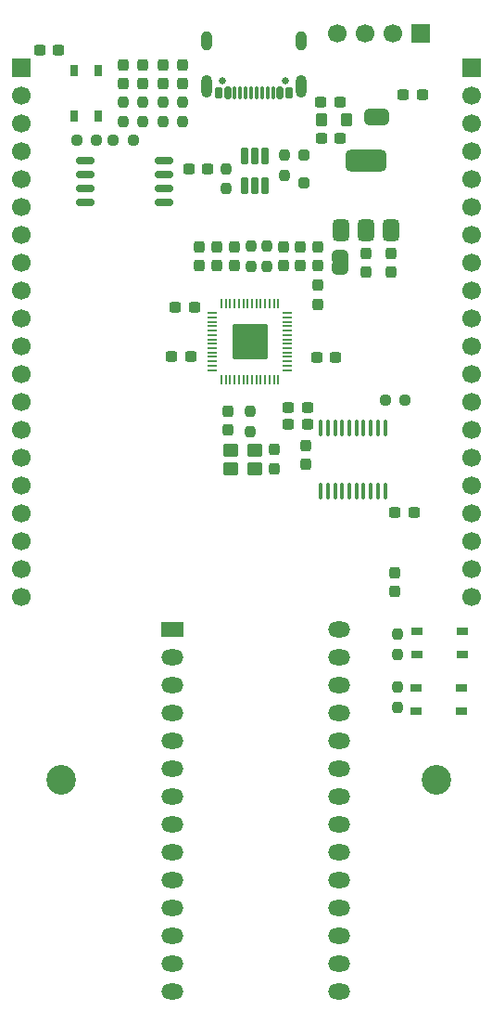
<source format=gbr>
G04 #@! TF.GenerationSoftware,KiCad,Pcbnew,9.0.2-2.fc42*
G04 #@! TF.CreationDate,2025-07-11T00:05:55+03:00*
G04 #@! TF.ProjectId,eeprom-programmer,65657072-6f6d-42d7-9072-6f6772616d6d,0.1*
G04 #@! TF.SameCoordinates,Original*
G04 #@! TF.FileFunction,Soldermask,Top*
G04 #@! TF.FilePolarity,Negative*
%FSLAX46Y46*%
G04 Gerber Fmt 4.6, Leading zero omitted, Abs format (unit mm)*
G04 Created by KiCad (PCBNEW 9.0.2-2.fc42) date 2025-07-11 00:05:55*
%MOMM*%
%LPD*%
G01*
G04 APERTURE LIST*
G04 Aperture macros list*
%AMRoundRect*
0 Rectangle with rounded corners*
0 $1 Rounding radius*
0 $2 $3 $4 $5 $6 $7 $8 $9 X,Y pos of 4 corners*
0 Add a 4 corners polygon primitive as box body*
4,1,4,$2,$3,$4,$5,$6,$7,$8,$9,$2,$3,0*
0 Add four circle primitives for the rounded corners*
1,1,$1+$1,$2,$3*
1,1,$1+$1,$4,$5*
1,1,$1+$1,$6,$7*
1,1,$1+$1,$8,$9*
0 Add four rect primitives between the rounded corners*
20,1,$1+$1,$2,$3,$4,$5,0*
20,1,$1+$1,$4,$5,$6,$7,0*
20,1,$1+$1,$6,$7,$8,$9,0*
20,1,$1+$1,$8,$9,$2,$3,0*%
%AMFreePoly0*
4,1,23,0.500000,-0.750000,0.000000,-0.750000,0.000000,-0.745722,-0.065263,-0.745722,-0.191342,-0.711940,-0.304381,-0.646677,-0.396677,-0.554381,-0.461940,-0.441342,-0.495722,-0.315263,-0.495722,-0.250000,-0.500000,-0.250000,-0.500000,0.250000,-0.495722,0.250000,-0.495722,0.315263,-0.461940,0.441342,-0.396677,0.554381,-0.304381,0.646677,-0.191342,0.711940,-0.065263,0.745722,0.000000,0.745722,
0.000000,0.750000,0.500000,0.750000,0.500000,-0.750000,0.500000,-0.750000,$1*%
%AMFreePoly1*
4,1,23,0.000000,0.745722,0.065263,0.745722,0.191342,0.711940,0.304381,0.646677,0.396677,0.554381,0.461940,0.441342,0.495722,0.315263,0.495722,0.250000,0.500000,0.250000,0.500000,-0.250000,0.495722,-0.250000,0.495722,-0.315263,0.461940,-0.441342,0.396677,-0.554381,0.304381,-0.646677,0.191342,-0.711940,0.065263,-0.745722,0.000000,-0.745722,0.000000,-0.750000,-0.500000,-0.750000,
-0.500000,0.750000,0.000000,0.750000,0.000000,0.745722,0.000000,0.745722,$1*%
G04 Aperture macros list end*
%ADD10RoundRect,0.237500X0.237500X-0.250000X0.237500X0.250000X-0.237500X0.250000X-0.237500X-0.250000X0*%
%ADD11RoundRect,0.237500X-0.237500X0.300000X-0.237500X-0.300000X0.237500X-0.300000X0.237500X0.300000X0*%
%ADD12RoundRect,0.250000X-0.450000X-0.350000X0.450000X-0.350000X0.450000X0.350000X-0.450000X0.350000X0*%
%ADD13RoundRect,0.250000X-0.275000X-0.350000X0.275000X-0.350000X0.275000X0.350000X-0.275000X0.350000X0*%
%ADD14RoundRect,0.162500X-0.162500X0.617500X-0.162500X-0.617500X0.162500X-0.617500X0.162500X0.617500X0*%
%ADD15R,0.650000X1.050000*%
%ADD16RoundRect,0.237500X0.237500X-0.300000X0.237500X0.300000X-0.237500X0.300000X-0.237500X-0.300000X0*%
%ADD17RoundRect,0.237500X-0.237500X0.250000X-0.237500X-0.250000X0.237500X-0.250000X0.237500X0.250000X0*%
%ADD18FreePoly0,0.000000*%
%ADD19FreePoly1,0.000000*%
%ADD20RoundRect,0.237500X-0.300000X-0.237500X0.300000X-0.237500X0.300000X0.237500X-0.300000X0.237500X0*%
%ADD21RoundRect,0.237500X0.250000X0.237500X-0.250000X0.237500X-0.250000X-0.237500X0.250000X-0.237500X0*%
%ADD22RoundRect,0.375000X0.375000X-0.625000X0.375000X0.625000X-0.375000X0.625000X-0.375000X-0.625000X0*%
%ADD23RoundRect,0.500000X1.400000X-0.500000X1.400000X0.500000X-1.400000X0.500000X-1.400000X-0.500000X0*%
%ADD24RoundRect,0.237500X0.300000X0.237500X-0.300000X0.237500X-0.300000X-0.237500X0.300000X-0.237500X0*%
%ADD25FreePoly0,270.000000*%
%ADD26FreePoly1,270.000000*%
%ADD27R,1.050000X0.650000*%
%ADD28RoundRect,0.162500X-0.650000X-0.162500X0.650000X-0.162500X0.650000X0.162500X-0.650000X0.162500X0*%
%ADD29RoundRect,0.237500X-0.237500X0.287500X-0.237500X-0.287500X0.237500X-0.287500X0.237500X0.287500X0*%
%ADD30R,2.000000X1.440000*%
%ADD31O,2.000000X1.440000*%
%ADD32RoundRect,0.050000X-0.387500X-0.050000X0.387500X-0.050000X0.387500X0.050000X-0.387500X0.050000X0*%
%ADD33RoundRect,0.050000X-0.050000X-0.387500X0.050000X-0.387500X0.050000X0.387500X-0.050000X0.387500X0*%
%ADD34RoundRect,0.144000X-1.456000X-1.456000X1.456000X-1.456000X1.456000X1.456000X-1.456000X1.456000X0*%
%ADD35RoundRect,0.100000X-0.100000X0.637500X-0.100000X-0.637500X0.100000X-0.637500X0.100000X0.637500X0*%
%ADD36C,2.700000*%
%ADD37RoundRect,0.250000X0.250000X-0.250000X0.250000X0.250000X-0.250000X0.250000X-0.250000X-0.250000X0*%
%ADD38C,0.650000*%
%ADD39RoundRect,0.150000X0.150000X0.387500X-0.150000X0.387500X-0.150000X-0.387500X0.150000X-0.387500X0*%
%ADD40RoundRect,0.150000X0.150000X0.425000X-0.150000X0.425000X-0.150000X-0.425000X0.150000X-0.425000X0*%
%ADD41RoundRect,0.075000X0.075000X0.500000X-0.075000X0.500000X-0.075000X-0.500000X0.075000X-0.500000X0*%
%ADD42O,1.000000X2.100000*%
%ADD43O,1.000000X1.800000*%
%ADD44R,1.700000X1.700000*%
%ADD45C,1.700000*%
G04 APERTURE END LIST*
G36*
X165933710Y-49365300D02*
G01*
X166233710Y-49365300D01*
X166233710Y-50865300D01*
X165933710Y-50865300D01*
X165933710Y-49365300D01*
G37*
G36*
X163525000Y-63209796D02*
G01*
X162025000Y-63209796D01*
X162025000Y-63509796D01*
X163525000Y-63509796D01*
X163525000Y-63209796D01*
G37*
D10*
X157676399Y-55422296D03*
X157676399Y-53597296D03*
D11*
X167762500Y-91672500D03*
X167762500Y-93397500D03*
D12*
X152762500Y-82159796D03*
X154962500Y-82159796D03*
X154962500Y-80459796D03*
X152762500Y-80459796D03*
D13*
X161033710Y-50345228D03*
X163333710Y-50345228D03*
D14*
X155892500Y-53670000D03*
X154942500Y-53670000D03*
X153992500Y-53670000D03*
X153992500Y-56370000D03*
X154942500Y-56370000D03*
X155892500Y-56370000D03*
D15*
X138462500Y-49985000D03*
X138462500Y-45835000D03*
X140612500Y-49985000D03*
X140612500Y-45835000D03*
D16*
X160725000Y-67172296D03*
X160725000Y-65447296D03*
D17*
X167962500Y-102097296D03*
X167962500Y-103922296D03*
D11*
X152462500Y-76947296D03*
X152462500Y-78672296D03*
D18*
X165433710Y-50115300D03*
D19*
X166733710Y-50115300D03*
D20*
X161046210Y-52089724D03*
X162771210Y-52089724D03*
D21*
X168687500Y-75909796D03*
X166862500Y-75909796D03*
D11*
X156762500Y-80447296D03*
X156762500Y-82172296D03*
D22*
X162825000Y-60409796D03*
X165125000Y-60409796D03*
D23*
X165125000Y-54109796D03*
D22*
X167425000Y-60409796D03*
D24*
X149087500Y-71959796D03*
X147362500Y-71959796D03*
D21*
X143852500Y-52199796D03*
X142027500Y-52199796D03*
D24*
X170250000Y-48085000D03*
X168525000Y-48085000D03*
D25*
X162775000Y-62709796D03*
D26*
X162775000Y-64009796D03*
D20*
X148925000Y-54810000D03*
X150650000Y-54810000D03*
D27*
X173817500Y-104299796D03*
X169667500Y-104299796D03*
X173817500Y-102149796D03*
X169667500Y-102149796D03*
D10*
X148377500Y-50549673D03*
X148377500Y-48724673D03*
D28*
X139495000Y-54074796D03*
X139495000Y-55344796D03*
X139495000Y-56614796D03*
X139495000Y-57884796D03*
X146670000Y-57884796D03*
X146670000Y-56614796D03*
X146670000Y-55344796D03*
X146670000Y-54074796D03*
D16*
X153050000Y-63685870D03*
X153050000Y-61960870D03*
D10*
X144751192Y-50549673D03*
X144751192Y-48724673D03*
X167977500Y-99099796D03*
X167977500Y-97274796D03*
D29*
X142914413Y-45335000D03*
X142914413Y-47085000D03*
D10*
X146551192Y-50549673D03*
X146551192Y-48724673D03*
D20*
X158037500Y-78159796D03*
X159762500Y-78159796D03*
D30*
X147385000Y-96859796D03*
D31*
X147385000Y-99399796D03*
X147385000Y-101939796D03*
X147385000Y-104479796D03*
X147385000Y-107019796D03*
X147385000Y-109559796D03*
X147385000Y-112099796D03*
X147385000Y-114639796D03*
X147385000Y-117179796D03*
X147385000Y-119719796D03*
X147385000Y-122259796D03*
X147385000Y-124799796D03*
X147385000Y-127339796D03*
X147385000Y-129879796D03*
X162625000Y-129879796D03*
X162625000Y-127339796D03*
X162625000Y-124799796D03*
X162625000Y-122259796D03*
X162625000Y-119719796D03*
X162625000Y-117179796D03*
X162625000Y-114639796D03*
X162625000Y-112099796D03*
X162625000Y-109559796D03*
X162625000Y-107019796D03*
X162625000Y-104479796D03*
X162625000Y-101939796D03*
X162625000Y-99399796D03*
X162625000Y-96859796D03*
D16*
X149900000Y-63685870D03*
X149900000Y-61960870D03*
D27*
X173952500Y-99149796D03*
X169802500Y-99149796D03*
X173952500Y-96999796D03*
X169802500Y-96999796D03*
D11*
X167375000Y-62559796D03*
X167375000Y-64284796D03*
D32*
X151065000Y-67987296D03*
X151065000Y-68387296D03*
X151065000Y-68787296D03*
X151065000Y-69187296D03*
X151065000Y-69587296D03*
X151065000Y-69987296D03*
X151065000Y-70387296D03*
X151065000Y-70787296D03*
X151065000Y-71187296D03*
X151065000Y-71587296D03*
X151065000Y-71987296D03*
X151065000Y-72387296D03*
X151065000Y-72787296D03*
X151065000Y-73187296D03*
D33*
X151902500Y-74024796D03*
X152302500Y-74024796D03*
X152702500Y-74024796D03*
X153102500Y-74024796D03*
X153502500Y-74024796D03*
X153902500Y-74024796D03*
X154302500Y-74024796D03*
X154702500Y-74024796D03*
X155102500Y-74024796D03*
X155502500Y-74024796D03*
X155902500Y-74024796D03*
X156302500Y-74024796D03*
X156702500Y-74024796D03*
X157102500Y-74024796D03*
D32*
X157940000Y-73187296D03*
X157940000Y-72787296D03*
X157940000Y-72387296D03*
X157940000Y-71987296D03*
X157940000Y-71587296D03*
X157940000Y-71187296D03*
X157940000Y-70787296D03*
X157940000Y-70387296D03*
X157940000Y-69987296D03*
X157940000Y-69587296D03*
X157940000Y-69187296D03*
X157940000Y-68787296D03*
X157940000Y-68387296D03*
X157940000Y-67987296D03*
D33*
X157102500Y-67149796D03*
X156702500Y-67149796D03*
X156302500Y-67149796D03*
X155902500Y-67149796D03*
X155502500Y-67149796D03*
X155102500Y-67149796D03*
X154702500Y-67149796D03*
X154302500Y-67149796D03*
X153902500Y-67149796D03*
X153502500Y-67149796D03*
X153102500Y-67149796D03*
X152702500Y-67149796D03*
X152302500Y-67149796D03*
X151902500Y-67149796D03*
D34*
X154502500Y-70587296D03*
D16*
X157609400Y-63685870D03*
X157609400Y-61960870D03*
D35*
X166850000Y-78497296D03*
X166200000Y-78497296D03*
X165550000Y-78497296D03*
X164900000Y-78497296D03*
X164250000Y-78497296D03*
X163600000Y-78497296D03*
X162950000Y-78497296D03*
X162300000Y-78497296D03*
X161650000Y-78497296D03*
X161000000Y-78497296D03*
X161000000Y-84222296D03*
X161650000Y-84222296D03*
X162300000Y-84222296D03*
X162950000Y-84222296D03*
X163600000Y-84222296D03*
X164250000Y-84222296D03*
X164900000Y-84222296D03*
X165550000Y-84222296D03*
X166200000Y-84222296D03*
X166850000Y-84222296D03*
D10*
X154589400Y-63735870D03*
X154589400Y-61910870D03*
D21*
X140482500Y-52199796D03*
X138657500Y-52199796D03*
D36*
X137242500Y-110580000D03*
D20*
X160612500Y-72009796D03*
X162337500Y-72009796D03*
D24*
X162725000Y-48735000D03*
X161000000Y-48735000D03*
D10*
X154562500Y-78797296D03*
X154562500Y-76972296D03*
D36*
X171582500Y-110580000D03*
D24*
X149437500Y-67479796D03*
X147712500Y-67479796D03*
D29*
X146551192Y-45335000D03*
X146551192Y-47085000D03*
D16*
X159139400Y-63685870D03*
X159139400Y-61960870D03*
X151450000Y-63685870D03*
X151450000Y-61960870D03*
D37*
X159426399Y-56109796D03*
X159426399Y-53609796D03*
D11*
X165075000Y-62559796D03*
X165075000Y-64284796D03*
D38*
X157772500Y-46825000D03*
X151992500Y-46825000D03*
D39*
X158082500Y-47937500D03*
D40*
X157282500Y-47900000D03*
D41*
X156132500Y-47900000D03*
X155132500Y-47900000D03*
X154632500Y-47900000D03*
X153632500Y-47900000D03*
D40*
X152482500Y-47900000D03*
D39*
X151682500Y-47937500D03*
X151682500Y-47937500D03*
D40*
X152482500Y-47900000D03*
D41*
X153132500Y-47900000D03*
X154132500Y-47900000D03*
X155632500Y-47900000D03*
X156632500Y-47900000D03*
D40*
X157282500Y-47900000D03*
D39*
X158082500Y-47937500D03*
D42*
X159202500Y-47325000D03*
D43*
X159202500Y-43145000D03*
D42*
X150562500Y-47325000D03*
D43*
X150562500Y-43145000D03*
D20*
X135275000Y-43985000D03*
X137000000Y-43985000D03*
D10*
X152287500Y-56647500D03*
X152287500Y-54822500D03*
D20*
X167775000Y-86209796D03*
X169500000Y-86209796D03*
D29*
X144751192Y-45335000D03*
X144751192Y-47085000D03*
D10*
X142914413Y-50549673D03*
X142914413Y-48724673D03*
D29*
X148377500Y-45335000D03*
X148377500Y-47085000D03*
D16*
X160690000Y-63685870D03*
X160690000Y-61960870D03*
D10*
X156089400Y-63735870D03*
X156089400Y-61910870D03*
D20*
X158037500Y-76609796D03*
X159762500Y-76609796D03*
D16*
X159592500Y-81762500D03*
X159592500Y-80037500D03*
D44*
X170132500Y-42470000D03*
D45*
X167592500Y-42470000D03*
X165052500Y-42470000D03*
X162512500Y-42470000D03*
D44*
X174732500Y-45590000D03*
D45*
X174732500Y-48130000D03*
X174732500Y-50670000D03*
X174732500Y-53210000D03*
X174732500Y-55750000D03*
X174732500Y-58290000D03*
X174732500Y-60830000D03*
X174732500Y-63370000D03*
X174732500Y-65910000D03*
X174732500Y-68450000D03*
X174732500Y-70990000D03*
X174732500Y-73530000D03*
X174732500Y-76070000D03*
X174732500Y-78610000D03*
X174732500Y-81150000D03*
X174732500Y-83690000D03*
X174732500Y-86230000D03*
X174732500Y-88770000D03*
X174732500Y-91310000D03*
X174732500Y-93850000D03*
D44*
X133592500Y-45609796D03*
D45*
X133592500Y-48149796D03*
X133592500Y-50689796D03*
X133592500Y-53229796D03*
X133592500Y-55769796D03*
X133592500Y-58309796D03*
X133592500Y-60849796D03*
X133592500Y-63389796D03*
X133592500Y-65929796D03*
X133592500Y-68469796D03*
X133592500Y-71009796D03*
X133592500Y-73549796D03*
X133592500Y-76089796D03*
X133592500Y-78629796D03*
X133592500Y-81169796D03*
X133592500Y-83709796D03*
X133592500Y-86249796D03*
X133592500Y-88789796D03*
X133592500Y-91329796D03*
X133592500Y-93869796D03*
M02*

</source>
